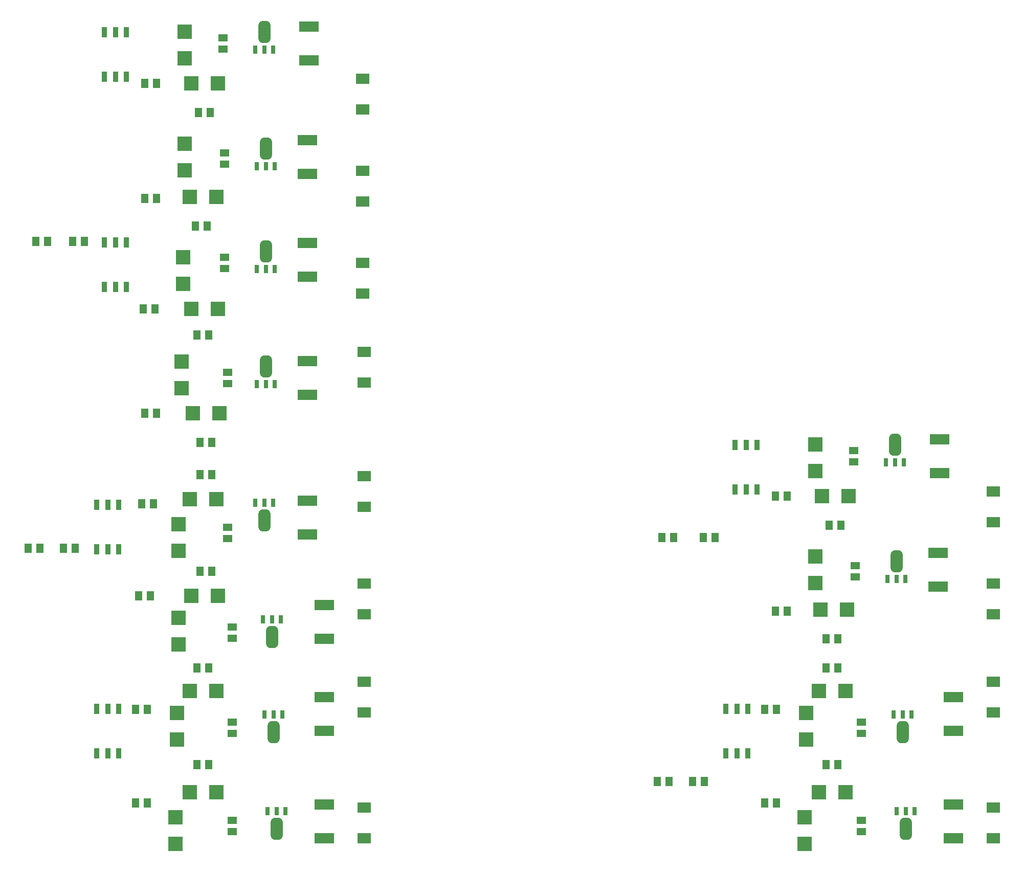
<source format=gtp>
G75*
%MOIN*%
%OFA0B0*%
%FSLAX25Y25*%
%IPPOS*%
%LPD*%
%AMOC8*
5,1,8,0,0,1.08239X$1,22.5*
%
%ADD10R,0.05118X0.05906*%
%ADD11R,0.03500X0.06600*%
%ADD12R,0.12598X0.07087*%
%ADD13R,0.03150X0.05512*%
%ADD14C,0.06000*%
%ADD15R,0.08661X0.07087*%
%ADD16R,0.09449X0.09449*%
%ADD17R,0.05906X0.05118*%
D10*
X0221060Y0081800D03*
X0228540Y0081800D03*
X0261060Y0106800D03*
X0268540Y0106800D03*
X0228540Y0142800D03*
X0221060Y0142800D03*
X0261060Y0169800D03*
X0268540Y0169800D03*
X0230540Y0216800D03*
X0223060Y0216800D03*
X0263060Y0232800D03*
X0270540Y0232800D03*
X0232540Y0276800D03*
X0225060Y0276800D03*
X0263060Y0295800D03*
X0270540Y0295800D03*
X0270540Y0316800D03*
X0263060Y0316800D03*
X0234540Y0335800D03*
X0227060Y0335800D03*
X0261060Y0386800D03*
X0268540Y0386800D03*
X0233540Y0403800D03*
X0226060Y0403800D03*
X0187540Y0447800D03*
X0180060Y0447800D03*
X0163540Y0447800D03*
X0156060Y0447800D03*
X0227060Y0475800D03*
X0234540Y0475800D03*
X0260060Y0457800D03*
X0267540Y0457800D03*
X0269540Y0531800D03*
X0262060Y0531800D03*
X0234540Y0550800D03*
X0227060Y0550800D03*
X0564060Y0254800D03*
X0571540Y0254800D03*
X0591060Y0254800D03*
X0598540Y0254800D03*
X0638060Y0281800D03*
X0645540Y0281800D03*
X0673060Y0262800D03*
X0680540Y0262800D03*
X0645540Y0206800D03*
X0638060Y0206800D03*
X0671060Y0188800D03*
X0678540Y0188800D03*
X0678540Y0169800D03*
X0671060Y0169800D03*
X0638540Y0142800D03*
X0631060Y0142800D03*
X0671060Y0106800D03*
X0678540Y0106800D03*
X0638540Y0081800D03*
X0631060Y0081800D03*
X0591540Y0095800D03*
X0584060Y0095800D03*
X0568540Y0095800D03*
X0561060Y0095800D03*
X0181540Y0247800D03*
X0174060Y0247800D03*
X0158540Y0247800D03*
X0151060Y0247800D03*
D11*
X0195500Y0114250D03*
X0202800Y0114250D03*
X0210100Y0114250D03*
X0210100Y0143350D03*
X0202800Y0143350D03*
X0195500Y0143350D03*
X0195500Y0247250D03*
X0202800Y0247250D03*
X0210100Y0247250D03*
X0210100Y0276350D03*
X0202800Y0276350D03*
X0195500Y0276350D03*
X0200500Y0418250D03*
X0207800Y0418250D03*
X0215100Y0418250D03*
X0215100Y0447350D03*
X0207800Y0447350D03*
X0200500Y0447350D03*
X0200500Y0555250D03*
X0207800Y0555250D03*
X0215100Y0555250D03*
X0215100Y0584350D03*
X0207800Y0584350D03*
X0200500Y0584350D03*
X0611500Y0315350D03*
X0618800Y0315350D03*
X0626100Y0315350D03*
X0626100Y0286250D03*
X0618800Y0286250D03*
X0611500Y0286250D03*
X0612800Y0143350D03*
X0605500Y0143350D03*
X0620100Y0143350D03*
X0620100Y0114250D03*
X0612800Y0114250D03*
X0605500Y0114250D03*
D12*
X0743800Y0222776D03*
X0743800Y0244824D03*
X0744800Y0296776D03*
X0744800Y0318824D03*
X0753800Y0150824D03*
X0753800Y0128776D03*
X0753800Y0080824D03*
X0753800Y0058776D03*
X0343800Y0058776D03*
X0343800Y0080824D03*
X0343800Y0128776D03*
X0343800Y0150824D03*
X0343800Y0188776D03*
X0343800Y0210824D03*
X0332800Y0256776D03*
X0332800Y0278824D03*
X0332800Y0347776D03*
X0332800Y0369824D03*
X0332800Y0424776D03*
X0332800Y0446824D03*
X0332800Y0491776D03*
X0332800Y0513824D03*
X0333800Y0565776D03*
X0333800Y0587824D03*
D13*
X0310702Y0573001D03*
X0304800Y0573005D03*
X0298898Y0573001D03*
X0299898Y0497001D03*
X0305800Y0497005D03*
X0311702Y0497001D03*
X0311702Y0430001D03*
X0305800Y0430005D03*
X0299898Y0430001D03*
X0299898Y0355001D03*
X0305800Y0355005D03*
X0311702Y0355001D03*
X0310702Y0277599D03*
X0304800Y0277595D03*
X0298898Y0277599D03*
X0303898Y0201599D03*
X0309800Y0201595D03*
X0315702Y0201599D03*
X0316702Y0139599D03*
X0310800Y0139595D03*
X0304898Y0139599D03*
X0306898Y0076599D03*
X0312800Y0076595D03*
X0318702Y0076599D03*
X0716898Y0076599D03*
X0722800Y0076595D03*
X0728702Y0076599D03*
X0726702Y0139599D03*
X0720800Y0139595D03*
X0714898Y0139599D03*
X0716800Y0228005D03*
X0710898Y0228001D03*
X0722702Y0228001D03*
X0721702Y0304001D03*
X0715800Y0304005D03*
X0709898Y0304001D03*
D14*
X0714800Y0311316D02*
X0716800Y0311316D01*
X0714800Y0311316D02*
X0714800Y0319686D01*
X0716800Y0319686D01*
X0716800Y0311316D01*
X0716800Y0317315D02*
X0714800Y0317315D01*
X0715800Y0235316D02*
X0717800Y0235316D01*
X0715800Y0235316D02*
X0715800Y0243686D01*
X0717800Y0243686D01*
X0717800Y0235316D01*
X0717800Y0241315D02*
X0715800Y0241315D01*
X0719800Y0132284D02*
X0721800Y0132284D01*
X0721800Y0123914D01*
X0719800Y0123914D01*
X0719800Y0132284D01*
X0719800Y0129913D02*
X0721800Y0129913D01*
X0721800Y0069284D02*
X0723800Y0069284D01*
X0723800Y0060914D01*
X0721800Y0060914D01*
X0721800Y0069284D01*
X0721800Y0066913D02*
X0723800Y0066913D01*
X0313800Y0069284D02*
X0311800Y0069284D01*
X0313800Y0069284D02*
X0313800Y0060914D01*
X0311800Y0060914D01*
X0311800Y0069284D01*
X0311800Y0066913D02*
X0313800Y0066913D01*
X0311800Y0132284D02*
X0309800Y0132284D01*
X0311800Y0132284D02*
X0311800Y0123914D01*
X0309800Y0123914D01*
X0309800Y0132284D01*
X0309800Y0129913D02*
X0311800Y0129913D01*
X0310800Y0194284D02*
X0308800Y0194284D01*
X0310800Y0194284D02*
X0310800Y0185914D01*
X0308800Y0185914D01*
X0308800Y0194284D01*
X0308800Y0191913D02*
X0310800Y0191913D01*
X0305800Y0270284D02*
X0303800Y0270284D01*
X0305800Y0270284D02*
X0305800Y0261914D01*
X0303800Y0261914D01*
X0303800Y0270284D01*
X0303800Y0267913D02*
X0305800Y0267913D01*
X0306800Y0362316D02*
X0304800Y0362316D01*
X0304800Y0370686D01*
X0306800Y0370686D01*
X0306800Y0362316D01*
X0306800Y0368315D02*
X0304800Y0368315D01*
X0304800Y0437316D02*
X0306800Y0437316D01*
X0304800Y0437316D02*
X0304800Y0445686D01*
X0306800Y0445686D01*
X0306800Y0437316D01*
X0306800Y0443315D02*
X0304800Y0443315D01*
X0304800Y0504316D02*
X0306800Y0504316D01*
X0304800Y0504316D02*
X0304800Y0512686D01*
X0306800Y0512686D01*
X0306800Y0504316D01*
X0306800Y0510315D02*
X0304800Y0510315D01*
X0305800Y0580316D02*
X0303800Y0580316D01*
X0303800Y0588686D01*
X0305800Y0588686D01*
X0305800Y0580316D01*
X0305800Y0586315D02*
X0303800Y0586315D01*
D15*
X0368800Y0553839D03*
X0368800Y0533761D03*
X0368800Y0493839D03*
X0368800Y0473761D03*
X0368800Y0433839D03*
X0368800Y0413761D03*
X0369800Y0375839D03*
X0369800Y0355761D03*
X0369800Y0294839D03*
X0369800Y0274761D03*
X0369800Y0224839D03*
X0369800Y0204761D03*
X0369800Y0160839D03*
X0369800Y0140761D03*
X0369800Y0078839D03*
X0369800Y0058761D03*
X0779800Y0058761D03*
X0779800Y0078839D03*
X0779800Y0140761D03*
X0779800Y0160839D03*
X0779800Y0204761D03*
X0779800Y0224839D03*
X0779800Y0264761D03*
X0779800Y0284839D03*
D16*
X0685461Y0281800D03*
X0668139Y0281800D03*
X0663800Y0298139D03*
X0663800Y0315461D03*
X0663800Y0242461D03*
X0663800Y0225139D03*
X0667139Y0207800D03*
X0684461Y0207800D03*
X0683461Y0154800D03*
X0666139Y0154800D03*
X0657800Y0140461D03*
X0657800Y0123139D03*
X0666139Y0088800D03*
X0683461Y0088800D03*
X0656800Y0072461D03*
X0656800Y0055139D03*
X0273461Y0088800D03*
X0256139Y0088800D03*
X0246800Y0072461D03*
X0246800Y0055139D03*
X0247800Y0123139D03*
X0247800Y0140461D03*
X0256139Y0154800D03*
X0273461Y0154800D03*
X0248800Y0185139D03*
X0248800Y0202461D03*
X0257139Y0216800D03*
X0274461Y0216800D03*
X0248800Y0246139D03*
X0248800Y0263461D03*
X0256139Y0279800D03*
X0273461Y0279800D03*
X0275461Y0335800D03*
X0258139Y0335800D03*
X0250800Y0352139D03*
X0250800Y0369461D03*
X0257139Y0403800D03*
X0274461Y0403800D03*
X0251800Y0420139D03*
X0251800Y0437461D03*
X0256139Y0476800D03*
X0273461Y0476800D03*
X0252800Y0494139D03*
X0252800Y0511461D03*
X0257139Y0550800D03*
X0252800Y0567139D03*
X0252800Y0584461D03*
X0274461Y0550800D03*
D17*
X0277800Y0573060D03*
X0277800Y0580540D03*
X0278800Y0505540D03*
X0278800Y0498060D03*
X0278800Y0437540D03*
X0278800Y0430060D03*
X0280800Y0362540D03*
X0280800Y0355060D03*
X0280800Y0261540D03*
X0280800Y0254060D03*
X0283800Y0196540D03*
X0283800Y0189060D03*
X0283800Y0134540D03*
X0283800Y0127060D03*
X0283800Y0070540D03*
X0283800Y0063060D03*
X0689800Y0229060D03*
X0689800Y0236540D03*
X0688800Y0304060D03*
X0688800Y0311540D03*
X0693800Y0134540D03*
X0693800Y0127060D03*
X0693800Y0070540D03*
X0693800Y0063060D03*
M02*

</source>
